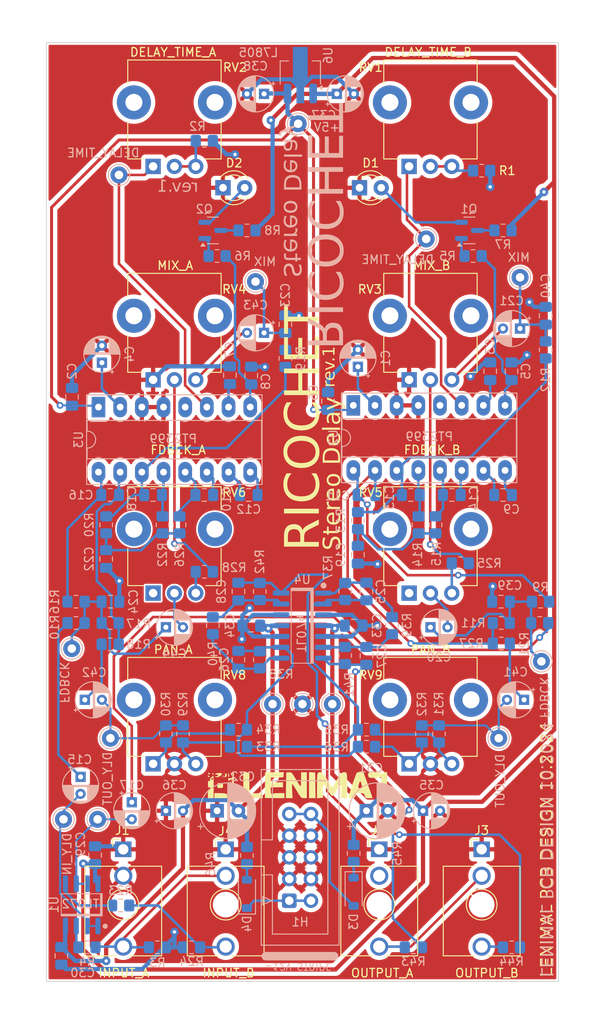
<source format=kicad_pcb>
(kicad_pcb (version 20240108) (generator "pcbnew") (generator_version "8.0")
  (layers (0 "F.Cu" signal) (31 "B.Cu" signal) (34 "B.Paste" user) (35 "F.Paste" user) (36 "B.SilkS" user "B.Silkscreen") (37 "F.SilkS" user "F.Silkscreen") (38 "B.Mask" user) (39 "F.Mask" user) (44 "Edge.Cuts" user))
  (net 0 "")
  (net 1 "+12V")
  (net 2 "GNDREF")
  (net 3 "-12V")
  (net 4 "Net-(U2-REF)")
  (net 5 "Net-(U3-REF)")
  (net 6 "Net-(D2-A)")
  (net 7 "Net-(D3-K)")
  (net 8 "Net-(U2-CC1)")
  (net 9 "Net-(D1-A)")
  (net 10 "Net-(U3-CC1)")
  (net 11 "Net-(U2-CC0)")
  (net 12 "+5V")
  (net 13 "Net-(U3-CC0)")
  (net 14 "Net-(U2-OP1-OUT)")
  (net 15 "Net-(U2-OP1-IN)")
  (net 16 "Net-(U3-OP1-OUT)")
  (net 17 "Net-(U3-OP1-IN)")
  (net 18 "Net-(U2-LPF1-IN)")
  (net 19 "/PT2399_delay-module_channel_2/delay_output")
  (net 20 "Net-(U3-LPF1-IN)")
  (net 21 "/PT2399_delay-module_channel_1/delay_output")
  (net 22 "Net-(U2-LPF2-IN)")
  (net 23 "Net-(U2-LPF2-OUT)")
  (net 24 "Net-(U2-OP2-IN)")
  (net 25 "Net-(U2-OP2-OUT)")
  (net 26 "Net-(U3-LPF2-OUT)")
  (net 27 "Net-(U3-LPF2-IN)")
  (net 28 "Net-(U3-OP2-IN)")
  (net 29 "Net-(U3-OP2-OUT)")
  (net 30 "/PT2399_delay-module_channel_2/delay_input")
  (net 31 "/PT2399_delay-module_channel_1/delay_input")
  (net 32 "Net-(C19-Pad1)")
  (net 33 "Net-(C20-Pad2)")
  (net 34 "Net-(C20-Pad1)")
  (net 35 "Net-(C21-Pad2)")
  (net 36 "Net-(C21-Pad1)")
  (net 37 "Net-(C22-Pad1)")
  (net 38 "Net-(C23-Pad1)")
  (net 39 "Net-(U4A--)")
  (net 40 "Net-(C24-Pad1)")
  (net 41 "Net-(U4C--)")
  (net 42 "Net-(C27-Pad2)")
  (net 43 "Net-(C25-Pad2)")
  (net 44 "Net-(C26-Pad2)")
  (net 45 "Net-(C28-Pad2)")
  (net 46 "Net-(U4B--)")
  (net 47 "Net-(C43-Pad2)")
  (net 48 "Net-(U4D--)")
  (net 49 "Net-(C44-Pad2)")
  (net 51 "Net-(D3-A)")
  (net 52 "Net-(D4-A)")
  (net 53 "Net-(D4-K)")
  (net 54 "Net-(U1A-+)")
  (net 55 "Net-(U1B-+)")
  (net 56 "Net-(U2-VCO)")
  (net 57 "Net-(U3-VCO)")
  (net 58 "Net-(J1-PadT)")
  (net 59 "Net-(J2-PadT)")
  (net 60 "Net-(J3-PadT)")
  (net 61 "Net-(J4-PadT)")
  (net 62 "Net-(Q1-B)")
  (net 63 "Net-(Q1-C)")
  (net 64 "Net-(Q2-C)")
  (net 65 "Net-(R1-Pad2)")
  (net 66 "Net-(R2-Pad2)")
  (net 67 "Net-(R25-Pad1)")
  (net 68 "Net-(R25-Pad2)")
  (net 69 "Net-(R29-Pad2)")
  (net 70 "Net-(R30-Pad2)")
  (net 71 "Net-(R31-Pad2)")
  (net 72 "Net-(R32-Pad2)")
  (net 75 "Net-(U2-LPF1-OUT)")
  (net 76 "Net-(C15-Pad1)")
  (net 77 "Net-(U3-LPF1-OUT)")
  (net 78 "Net-(C17-Pad1)")
  (net 79 "Net-(C41-Pad1)")
  (net 80 "Net-(C42-Pad1)")
  (net 81 "Net-(R28-Pad1)")
  (net 82 "Net-(R28-Pad2)")
  (net 85 "Net-(Q2-B)")
  (footprint "Synth:lenimal_logo_full" (layer "F.Cu") (at 79.5 137)
    (property "Reference" "G***" (hide yes))
    (property "Value" "LOGO" (hide yes))
  )
  (footprint "Synth:Potentiometer_TT_P0915N" (layer "F.Cu") (at 65 57)
    (property "Reference" "RV2")
    (property "Value" "B50K")
  )
  (footprint "Synth:Potentiometer_TT_P0915N" (layer "F.Cu") (at 95 107)
    (property "Reference" "RV5")
    (property "Value" "B100K")
  )
  (footprint "Synth:LED_D3.0mm" (layer "F.Cu") (at 88 67)
    (property "Reference" "D1")
    (property "Value" "LED")
  )
  (footprint "Synth:Jack_3.5mm_QingPu_WQP-PJ398SM_Vertical_CircularHoles" (layer "F.Cu") (at 71 151)
    (property "Reference" "J4")
    (property "Value" "INPUT")
  )
  (footprint "Synth:Potentiometer_TT_P0915N" (layer "F.Cu") (at 95 57)
    (property "Reference" "RV1")
    (property "Value" "B50K")
  )
  (footprint "Synth:LED_D3.0mm" (layer "F.Cu") (at 72 67)
    (property "Reference" "D2")
    (property "Value" "LED")
  )
  (footprint "Synth:Jack_3.5mm_QingPu_WQP-PJ398SM_Vertical_CircularHoles" (layer "F.Cu") (at 89 151)
    (property "Reference" "J2")
    (property "Value" "OUTPUT")
  )
  (footprint "Synth:Potentiometer_TT_P0915N" (layer "F.Cu") (at 65 107)
    (property "Reference" "RV6")
    (property "Value" "B100K")
  )
  (footprint "Synth:Jack_3.5mm_QingPu_WQP-PJ398SM_Vertical_CircularHoles" (layer "F.Cu") (at 101 151)
    (property "Reference" "J3")
    (property "Value" "OUTPUT")
  )
  (footprint "Synth:Potentiometer_TT_P0915N" (layer "F.Cu") (at 95 82)
    (property "Reference" "RV3")
    (property "Value" "B100K")
  )
  (footprint "Synth:Potentiometer_TT_P0915N" (layer "F.Cu") (at 65 82)
    (property "Reference" "RV4")
    (property "Value" "B100K")
  )
  (footprint "Synth:Jack_3.5mm_QingPu_WQP-PJ398SM_Vertical_CircularHoles" (layer "F.Cu") (at 59 151)
    (property "Reference" "J1")
    (property "Value" "INPUT")
  )
  (footprint "Synth:Potentiometer_TT_P0915N" (layer "F.Cu") (at 65 127)
    (property "Reference" "RV8")
    (property "Value" "B10K")
  )
  (footprint "Synth:Potentiometer_TT_P0915N" (layer "F.Cu") (at 95 127)
    (property "Reference" "RV9")
    (property "Value" "B10K")
  )
  (footprint "Resistor_SMD:R_0805_2012Metric_Pad1.20x1.40mm_HandSolder" (layer "B.Cu") (at 58.7 151.1)
    (property "Reference" "R23")
    (property "Value" "1K")
  )
  (footprint "Capacitor_SMD:C_0805_2012Metric_Pad1.18x1.45mm_HandSolder" (layer "B.Cu") (at 92.7 103)
    (property "Reference" "C13")
    (property "Value" "560pF")
  )
  (footprint "Resistor_SMD:R_0805_2012Metric_Pad1.20x1.40mm_HandSolder" (layer "B.Cu") (at 73.5 145.25 90)
    (property "Reference" "R46")
    (property "Value" "10R")
  )
  (footprint "Resistor_SMD:R_0805_2012Metric_Pad1.20x1.40mm_HandSolder" (layer "B.Cu") (at 57.47 118 180)
    (property "Reference" "R17")
    (property "Value" "10K")
  )
  (footprint "Capacitor_THT:CP_Radial_D4.0mm_P2.00mm" (layer "B.Cu") (at 95 118.5)
    (property "Reference" "C20")
    (property "Value" "4.7uF")
  )
  (footprint "Resistor_SMD:R_0805_2012Metric_Pad1.20x1.40mm_HandSolder" (layer "B.Cu") (at 108.5 86 90)
    (property "Reference" "R12")
    (property "Value" "5.6K")
  )
  (footprint "Resistor_SMD:R_0805_2012Metric_Pad1.20x1.40mm_HandSolder" (layer "B.Cu") (at 53.47 115.5)
    (property "Reference" "R16")
    (property "Value" "10K")
  )
  (footprint "Capacitor_SMD:C_0805_2012Metric_Pad1.18x1.45mm_HandSolder" (layer "B.Cu") (at 51.75 157 90)
    (property "Reference" "C30")
    (property "Value" "100nF")
  )
  (footprint "Resistor_SMD:R_0805_2012Metric_Pad1.20x1.40mm_HandSolder" (layer "B.Cu") (at 85 114.31 90)
    (property "Reference" "R37")
    (property "Value" "33K")
  )
  (footprint "Capacitor_SMD:C_0805_2012Metric_Pad1.18x1.45mm_HandSolder" (layer "B.Cu") (at 87.5 103)
    (property "Reference" "C11")
    (property "Value" "560pF")
  )
  (footprint "Resistor_SMD:R_0805_2012Metric_Pad1.20x1.40mm_HandSolder" (layer "B.Cu") (at 93.6 106.5 -90)
    (property "Reference" "R14")
    (property "Value" "10K")
  )
  (footprint "Capacitor_SMD:C_0805_2012Metric_Pad1.18x1.45mm_HandSolder" (layer "B.Cu") (at 74 118.31)
    (property "Reference" "C34")
    (property "Value" "100nF")
  )
  (footprint "Capacitor_THT:CP_Radial_D4.0mm_P2.00mm" (layer "B.Cu") (at 64 118.5)
    (property "Reference" "C44")
    (property "Value" "4.7uF")
  )
  (footprint "Capacitor_SMD:C_0805_2012Metric_Pad1.18x1.45mm_HandSolder" (layer "B.Cu") (at 83 92 90)
    (property "Reference" "C6")
    (property "Value" "100nF")
  )
  (footprint "Capacitor_SMD:C_0805_2012Metric_Pad1.18x1.45mm_HandSolder" (layer "B.Cu") (at 62.5 103)
    (property "Reference" "C18")
    (property "Value" "560pF")
  )
  (footprint "Resistor_SMD:R_0805_2012Metric_Pad1.20x1.40mm_HandSolder" (layer "B.Cu") (at 67 156)
    (property "Reference" "R24")
    (property "Value" "100K")
  )
  (footprint "Package_TO_SOT_SMD:SOT-89-3_Handsoldering" (layer "B.Cu") (at 79.75 53.5 90)
    (property "Reference" "U6")
    (property "Value" "L7805")
  )
  (footprint "Resistor_SMD:R_0805_2012Metric_Pad1.20x1.40mm_HandSolder" (layer "B.Cu") (at 103.3 120.4)
    (property "Reference" "R27")
    (property "Value" "4.7K")
  )
  (footprint "Resistor_SMD:R_0805_2012Metric_Pad1.20x1.40mm_HandSolder" (layer "B.Cu") (at 68.5 112)
    (property "Reference" "R28")
    (property "Value" "10K")
  )
  (footprint "Resistor_SMD:R_0805_2012Metric_Pad1.20x1.40mm_HandSolder" (layer "B.Cu") (at 104.5 156)
    (property "Reference" "R44")
    (property "Value" "1K")
  )
  (footprint "Capacitor_SMD:C_0805_2012Metric_Pad1.18x1.45mm_HandSolder" (layer "B.Cu") (at 86 118.31)
    (property "Reference" "C33")
    (property "Value" "100nF")
  )
  (footprint "Capacitor_THT:CP_Radial_D4.0mm_P2.00mm" (layer "B.Cu") (at 105.5 83.5 180)
    (property "Reference" "C21")
    (property "Value" "10uF")
  )
  (footprint "Resistor_SMD:R_0805_2012Metric_Pad1.20x1.40mm_HandSolder" (layer "B.Cu") (at 107.9 115.5 180)
    (property "Reference" "R9")
    (property "Value" "10K")
  )
  (footprint "Capacitor_THT:CP_Radial_D6.3mm_P2.50mm" (layer "B.Cu") (at 87.5 140)
    (property "Reference" "C31")
    (property "Value" "47uF")
  )
  (footprint "Resistor_SMD:R_0805_2012Metric_Pad1.20x1.40mm_HandSolder" (layer "B.Cu") (at 63.6 106.5 -90)
    (property "Reference" "R22")
    (property "Value" "10K")
  )
  (footprint "Connector_Pin:Pin_D1.0mm_L10.0mm" (layer "B.Cu") (at 58.5 65.5 180)
    (property "Reference" "TP9" (hide yes))
    (property "Value" "DELAY_TIME_CH_1")
  )
  (footprint "Connector_Pin:Pin_D1.0mm_L10.0mm" (layer "B.Cu") (at 94.5 73 180)
    (property "Reference" "TP8" (hide yes))
    (property "Value" "DELAY_TIME_CH_2")
  )
  (footprint "Connector_Pin:Pin_D1.0mm_L10.0mm" (layer "B.Cu") (at 52 141 180)
    (property "Reference" "TP4" (hide yes))
    (property "Value" "INPUT_CH_1")
  )
  (footprint "Capacitor_SMD:C_0805_2012Metric_Pad1.18x1.45mm_HandSolder" (layer "B.Cu") (at 104.5 88.5 90)
    (property "Reference" "C5")
    (property "Value" "100nF")
  )
  (footprint "Resistor_SMD:R_0805_2012Metric_Pad1.20x1.40mm_HandSolder" (layer "B.Cu") (at 86 145 90)
    (property "Reference" "R45")
    (property "Value" "10R")
  )
  (footprint "Connector_Pin:Pin_D1.0mm_L10.0mm" (layer "B.Cu") (at 105.5 77.5 180)
    (property "Reference" "TP12" (hide yes))
    (property "Value" "MIX_INPUT_CH_2")
  )
  (footprint "Capacitor_SMD:C_0805_2012Metric_Pad1.18x1.45mm_HandSolder" (layer "B.Cu") (at 74 89 90)
    (property "Reference" "C8")
    (property "Value" "100nF")
  )
  (footprint "Capacitor_THT:CP_Radial_D6.3mm_P2.50mm" (layer "B.Cu") (at 70 140)
    (property "Reference" "C32")
    (property "Value" "47uF")
  )
  (footprint "Diode_SMD:D_SOD-123" (layer "B.Cu") (at 86 149.5 -90)
    (property "Reference" "D3")
    (property "Value" "1N5819")
  )
  (footprint "Capacitor_SMD:C_0805_2012Metric_Pad1.18x1.45mm_HandSolder" (layer "B.Cu") (at 87.5 121.8475 -90)
    (property "Reference" "C27")
    (property "Value" "47pF")
  )
  (footprint "Capacitor_SMD:C_0805_2012Metric_Pad1.18x1.45mm_HandSolder" (layer "B.Cu") (at 108.5 82 90)
    (property "Reference" "C40")
    (property "Value" "10nF")
  )
  (footprint "Resistor_SMD:R_0805_2012Metric_Pad1.20x1.40mm_HandSolder" (layer "B.Cu") (at 96 131 -90)
    (property "Reference" "R31")
    (property "Value" "10K")
  )
  (footprint "Capacitor_THT:CP_Radial_D4.0mm_P2.00mm" (layer "B.Cu") (at 54 136.027401 -90)
    (property "Reference" "C15")
    (property "Value" "4.7uF")
  )
  (footprint "Connector_Pin:Pin_D1.0mm_L10.0mm" (layer "B.Cu") (at 108 122.5)
    (property "Reference" "TP10" (hide yes))
    (property "Value" "POST_FEEDBACK_CH_2")
  )
  (footprint "Capacitor_THT:CP_Radial_D4.0mm_P2.00mm" (layer "B.Cu") (at 75.5 84 180)
    (property "Reference" "C43")
    (property "Value" "10uF")
  )
  (footprint "Capacitor_SMD:C_0805_2012Metric_Pad1.18x1.45mm_HandSolder" (layer "B.Cu") (at 72.5 114.31 90)
    (property "Reference" "C28")
    (property "Value" "47pF")
  )
  (footprint "Capacitor_SMD:C_0805_2012Metric_Pad1.18x1.45mm_HandSolder" (layer "B.Cu") (at 102 88.5 90)
    (property "Reference" "C3")
    (property "Value" "100nF")
  )
  (footprint "Resistor_SMD:R_0805_2012Metric_Pad1.20x1.40mm_HandSolder" (layer "B.Cu") (at 70 75 180)
    (property "Reference" "R6")
    (property "Value" "1K")
  )
  (footprint "Resistor_SMD:R_0805_2012Metric_Pad1.20x1.40mm_HandSolder" (layer "B.Cu") (at 57 106.5 -90)
    (property "Reference" "R20")
    (property "Value" "15K")
  )
  (footprint "Capacitor_SMD:C_0805_2012Metric_Pad1.18x1.45mm_HandSolder" (layer "B.Cu") (at 97.5 103 180)
    (property "Reference" "C14")
    (property "Value" "100nF")
  )
  (footprint "Resistor_SMD:R_0805_2012Metric_Pad1.20x1.40mm_HandSolder" (layer "B.Cu") (at 75 122.31 -90)
    (property "Reference" "R38")
    (property "Value" "33K")
  )
  (footprint "Capacitor_SMD:C_0805_2012Metric_Pad1.18x1.45mm_HandSolder" (layer "B.Cu") (at 57.5 115.5)
    (property "Reference" "C24")
    (property "Value" "3.9nF")
  )
  (footprint "Capacitor_SMD:C_0805_2012Metric_Pad1.18x1.45mm_HandSolder" (layer "B.Cu") (at 71.5 88.9625 90)
    (property "Reference" "C7")
    (property "Value" "100nF")
  )
  (footprint "Connector_Pin:Pin_D1.0mm_L10.0mm" (layer "B.Cu") (at 57.5 131.5 180)
    (property "Reference" "TP6" (hide yes))
    (property "Value" "OUTPUT_CH_1")
  )
  (footprint "Capacitor_THT:CP_Radial_D4.0mm_P2.00mm" (layer "B.Cu") (at 75.5 56 180)
    (property "Reference" "C38")
    (property "Value" "100nF")
  )
  (footprint "Resistor_SMD:R_0805_2012Metric_Pad1.20x1.40mm_HandSolder" (layer "B.Cu") (at 87.5 132.5 180)
    (property "Reference" "R36")
    (property "Value" "10K")
  )
  (footprint "Package_TO_SOT_SMD:SOT-23" (layer "B.Cu") (at 99.5625 72)
    (property "Reference" "Q1")
    (property "Value" "2N3904")
  )
  (footprint "Capacitor_SMD:C_0805_2012Metric_Pad1.18x1.45mm_HandSolder" (layer "B.Cu") (at 86.5 110 -90)
    (property "Reference" "C19")
    (property "Value" "3.3nF")
  )
  (footprint "Resistor_SMD:R_0805_2012Metric_Pad1.20x1.40mm_HandSolder" (layer "B.Cu") (at 103.3 118)
    (property "Reference" "R11")
    (property "Value" "10K")
  )
  (footprint "Connector_Pin:Pin_D1.0mm_L10.0mm" (layer "B.Cu") (at 74.5 78 180)
    (property "Reference" "TP13" (hide yes))
    (property "Value" "MIX_INPUT_CH_1")
  )
  (footprint "Connector_Pin:Pin_D1.0mm_L10.0mm" (layer "B.Cu") (at 79.5 59.5 180)
    (property "Reference" "TP14" (hide yes))
    (property "Value" "+5V")
  )
  (footprint "Resistor_SMD:R_0805_2012Metric_Pad1.20x1.40mm_HandSolder" (layer "B.Cu") (at 103.5 72)
    (property "Reference" "R7")
    (property "Value" "680R")
  )
  (footprint "Capacitor_SMD:C_0805_2012Metric_Pad1.18x1.45mm_HandSolder" (layer "B.Cu") (at 68.5 103 180)
    (property "Reference" "C10")
    (property "Value" "100nF")
  )
  (footprint "Capacitor_THT:CP_Radial_D4.0mm_P2.00mm" (layer "B.Cu") (at 60 139 -90)
    (property "Reference" "C17")
    (property "Value" "4.7uF")
  )
  (footprint "Package_DIP:DIP-16_W7.62mm_Socket_LongPads" (layer "B.Cu") (at 85.96 92.5 -90)
    (property "Reference" "U2")
    (property "Value" "PT2399")
  )
  (footprint "Resistor_SMD:R_0805_2012Metric_Pad1.20x1.40mm_HandSolder" (layer "B.Cu") (at 93 156)
    (property "Reference" "R43")
    (property "Value" "1K")
  )
  (footprint "Resistor_SMD:R_0805_2012Metric_Pad1.20x1.40mm_HandSolder" (layer "B.Cu") (at 100 75 180)
    (property "Reference" "R5")
    (property "Value" "1K")
  )
  (footprint "Capacitor_SMD:C_0805_2012Metric_Pad1.18x1.45mm_HandSolder" (layer "B.Cu") (at 87.5 114.31 90)
    (property "Reference" "C25")
    (property "Value" "27pF")
  )
  (footprint "Resistor_SMD:R_0805_2012Metric_Pad1.20x1.40mm_HandSolder" (layer "B.Cu") (at 73.5 72)
    (property "Reference" "R8")
    (property "Value" "680R")
  )
  (footprint "Synth:SOIC-8" (layer "B.Cu") (at 54.135 151.025 90)
    (property "Reference" "U1")
    (property "Value" "TL072")
  )
  (footprint "Resistor_SMD:R_0805_2012Metric_Pad1.20x1.40mm_HandSolder" (layer "B.Cu") (at 86.5 106 -90)
    (property "Reference" "R13")
    (property "Value" "15K")
  )
  (footprint "Capacitor_THT:CP_Radial_D4.0mm_P2.00mm" (layer "B.Cu") (at 86.5 87.9726 90)
    (property "Reference" "C1")
    (property "Value" "10uF")
  )
  (footprint "Resistor_SMD:R_0805_2012Metric_Pad1.20x1.40mm_HandSolder" (layer "B.Cu") (at 72.5 132.5)
    (property "Reference" "R33")
    (property "Value" "10K")
  )
  (footprint "Diode_SMD:D_SOD-123" (layer "B.Cu") (at 73.5 149.75 90)
    (property "Reference" "D4")
    (property "Value" "1N5819")
  )
  (footprint "Resistor_SMD:R_0805_2012Metric_Pad1.20x1.40mm_HandSolder" (layer "B.Cu") (at 65.6 106.5 -90)
    (property "Reference" "R26")
    (property "Value" "10K")
  )
  (footprint "Connector_Pin:Pin_D1.0mm_L10.0mm" (layer "B.Cu") (at 56 141 180)
    (property "Reference" "TP5" (hide yes))
    (property "Value" "INPUT_CH_2")
  )
  (footprint "Capacitor_THT:CP_Radial_D4.0mm_P2.00mm" (layer "B.Cu") (at 84.027401 56)
    (property "Reference" "C37")
    (property "Value" "100nF")
  )
  (footprint "Resistor_SMD:R_0805_2012Metric_Pad1.20x1.40mm_HandSolder" (layer "B.Cu") (at 68.5 61.5 180)
    (property "Reference" "R2")
    (property "Value" "2K")
  )
  (footprint "Capacitor_THT:CP_Radial_D4.0mm_P2.00mm" (layer "B.Cu") (at 54.5 127)
    (property "Reference" "C42")
    (property "Value" "10uF")
  )
  (footprint "Capacitor_THT:CP_Radial_D4.0mm_P2.00mm" (layer "B.Cu") (at 64 140)
    (property "Reference" "C36")
    (property "Value" "100nF")
  )
  (footprint "Resistor_SMD:R_0805_2012Metric_Pad1.20x1.40mm_HandSolder" (layer "B.Cu") (at 63 156 180)
    (property "Reference" "R3")
    (property "Value" "100K")
  )
  (footprint "Resistor_SMD:R_0805_2012Metric_Pad1.20x1.40mm_HandSolder" (layer "B.Cu") (at 95.6 106.5 -90)
    (property "Reference" "R15")
    (property "Value" "10K")
  )
  (footprint "Connector_Pin:Pin_D1.0mm_L10.0mm" (layer "B.Cu") (at 103 131.5 180)
    (property "Reference" "TP7" (hide yes))
    (property "Value" "OUTPUT_CH_2")
  )
  (footprint "Capacitor_SMD:C_0805_2012Metric_Pad1.18x1.45mm_HandSolder" (layer "B.Cu") (at 57.4625 103)
    (property "Reference" "C16")
    (property "Value" "560pF")
  )
  (footprint "Synth:IDC-Header_2x05_P2.54mm_Vertical" (layer "B.Cu") (at 78.46 150.54)
    (property "Reference" "H1")
    (property "Value" "Conn_02x05_PWR_Eurorack")
  )
  (footprint "Resistor_SMD:R_0805_2012Metric_Pad1.20x1.40mm_HandSolder" (layer "B.Cu") (at 78 87 90)
    (property "Reference" "R19")
    (property "Value" "5.6K")
  )
  (footprint "Synth:SOIC-14" (layer "B.Cu") (at 79.975 118.31 180)
    (property "Reference" "U4")
    (property "Value" "TL074")
  )
  (footprint "Resistor_SMD:R_0805_2012Metric_Pad1.20x1.40mm_HandSolder" (layer "B.Cu") (at 87.5 130.5 180)
    (property "Reference" "R35")
    (property "Value" "10K")
  )
  (footprint "Resistor_SMD:R_0805_2012Metric_Pad1.20x1.40mm_HandSolder" (layer "B.Cu") (at 54.75 156)
    (property "Reference" "R4")
    (property "Value" "1K")
  )
  (footprint "Resistor_SMD:R_0805_2012Metric_Pad1.20x1.40mm_HandSolder" (layer "B.Cu") (at 57.47 120.5 180)
    (property "Reference" "R18")
    (property "Value" "4.7K")
  )
  (footprint "Capacitor_SMD:C_0805_2012Metric_Pad1.18x1.45mm_HandSolder" (layer "B.Cu") (at 78 83 90)
    (property "Reference" "C23")
    (property "Value" "10nF")
  )
  (footprint "Resistor_SMD:R_0805_2012Metric_Pad1.20x1.40mm_HandSolder" (layer "B.Cu") (at 90.5 118.31 -90)
    (property "Reference" "R39")
    (property "Value" "10K")
  )
  (footprint "Capacitor_THT:CP_Radial_D4.0mm_P2.00mm" (layer "B.Cu") (at 56.5 87.5 90)
    (property "Reference" "C4")
    (property "Value" "10uF")
  )
  (footprint "Capacitor_SMD:C_0805_2012Metric_Pad1.18x1.45mm_HandSolder" (layer "B.Cu") (at 57 110.5 -90)
    (property "Reference" "C22")
    (property "Value" "3.3nF")
  )
  (footprint "Connector_Pin:Pin_D1.0mm_L10.0mm" (layer "B.Cu") (at 83.5 127.5 180)
    (property "Reference" "TP1" (hide yes))
    (property "Value" "+12V")
  )
  (footprint "Capacitor_THT:CP_Radial_D4.0mm_P2.00mm" (layer "B.Cu") (at 94.127401 140)
    (property "Reference" "C35")
    (property "Value" "100nF")
  )
  (footprint "Capacitor_SMD:C_0805_2012Metric_Pad1.18x1.45mm_HandSolder" (layer "B.Cu") (at 72.5 122.31 -90)
    (property "Reference" "C26")
    (property "Value" "27pF")
  )
  (footprint "Connector_Pin:Pin_D1.0mm_L10.0mm" (layer "B.Cu") (at 76.5 127.5 90)
    (property "Reference" "TP3" (hide yes))
    (property "Value" "-12V")
  )
  (footprint "Resistor_SMD:R_0805_2012Metric_Pad1.20x1.40mm_HandSolder" (layer "B.Cu") (at 94 131 -90)
    (property "Reference" "R32")
    (property "Value" "10K")
  )
  (footprint "Connector_Pin:Pin_D1.0mm_L10.0mm" (layer "B.Cu") (at 52.97 121)
    (property "Reference" "TP11" (hide yes))
    (property "Value" "POST_FEEDBACK_CH_1")
  )
  (footprint "Resistor_SMD:R_0805_2012Metric_Pad1.20x1.40mm_HandSolder" (layer "B.Cu") (at 64 131 -90)
    (property "Reference" "R30")
    (property "Value" "10K")
  )
  (footprint "Capacitor_SMD:C_0805_2012Metric_Pad1.18x1.45mm_HandSolder" (layer "B.Cu") (at 55.7 145.2 90)
    (property "Reference" "C29")
    (property "Value" "100nF")
  )
  (footprint "Resistor_SMD:R_0805_2012Metric_Pad1.20x1.40mm_HandSolder" (layer "B.Cu") (at 75 114.31 90)
    (property "Reference" "R42")
    (property "Value" "10K")
  )
  (footprint "Capacitor_THT:CP_Radial_D4.0mm_P2.00mm" (layer "B.Cu") (at 105.9726 127 180)
    (property "Reference" "C41")
    (property "Value" "10uF")
  )
  (footprint "Capacitor_SMD:C_0805_2012Metric_Pad1.18x1.45mm_HandSolder" (layer "B.Cu") (at 103.27 115.5 180)
    (property "Reference" "C39")
    (property "Value" "3.9nF")
  )
  (footprint "Capacitor_SMD:C_0805_2012Metric_Pad1.18x1.45mm_HandSolder" (layer "B.Cu") (at 103.5 103)
    (property "Reference" "C9")
    (property "Value" "100nF")
  )
  (footprint "Package_DIP:DIP-16_W7.62mm_Socket_LongPads" (layer "B.Cu") (at 56.1 92.7 -90)
    (property "Reference" "U3")
    (property "Value" "PT2399")
  )
  (footprint "Capacitor_SMD:C_0805_2012Metric_Pad1.18x1.45mm_HandSolder" (layer "B.Cu") (at 53 91.5 -90)
    (property "Reference" "C2")
    (property "Value" "100nF")
  )
  (footprint "Resistor_SMD:R_0805_2012Metric_Pad1.20x1.40mm_HandSolder" (layer "B.Cu") (at 107.8 118 180)
    (property "Reference" "R21")
    (property "Value" "15K")
  )
  (footprint "Resistor_SMD:R_0805_2012Metric_Pad1.20x1.40mm_HandSolder" (layer "B.Cu") (at 101 65 180)
    (property "Reference" "R1")
    (property "Value" "2K")
  )
  (footprint "Resistor_SMD:R_0805_2012Metric_Pad1.20x1.40mm_HandSolder" (layer "B.Cu") (at 69.5 118.31 90)
    (property "Reference" "R40")
    (property "Value" "10K")
  )
  (footprint "Package_TO_SOT_SMD:SOT-23" (layer "B.Cu") (at 69.5 72)
    (property "Reference" "Q2")
    (property "Value" "2N3904")
  )
  (footprint "Resistor_SMD:R_0805_2012Metric_Pad1.20x1.40mm_HandSolder" (layer "B.Cu") (at 85 121.81 -90)
    (property "Reference" "R41")
    (property "Value" "10K")
  )
  (footprint "Resistor_SMD:R_0805_2012Metric_Pad1.20x1.40mm_HandSolder" (layer "B.Cu") (at 66 131 -90)
    (property "Reference" "R29")
    (property "Value" "10K")
  )
  (footprint "Resistor_SMD:R_0805_2012Metric_Pad1.20x1.40mm_HandSolder" (layer "B.Cu") (at 98.5 111)
    (property "Reference" "R25")
    (property "Value" "10K")
  )
  (footprint "Connector_Pin:Pin_D1.0mm_L10.0mm" (layer "B.Cu") (at 80 127.5 90)
    (property "Reference" "TP2" (hide yes))
    (property "Value" "GND")
  )
  (footprint "Resistor_SMD:R_0805_2012Metric_Pad1.20x1.40mm_HandSolder" (layer "B.Cu") (at 53.47 118)
    (property "Reference" "R10")
    (property "Value" "15K")
  )
  (footprint "Resistor_SMD:R_0805_2012Metric_Pad1.20x1.40mm_HandSolder" (layer "B.Cu") (at 72.5 130.5)
    (property "Reference" "R34")
    (property "Value" "10K")
  )
  (footprint "Capacitor_SMD:C_0805_2012Metric_Pad1.18x1.45mm_HandSolder" (layer "B.Cu") (at 73.7 103)
    (property "Reference" "C12")
    (property "Value" "100nF")
  )
  (gr_rect (start 50 50) (end 110 160) (stroke (width 0.1)) (fill none) (layer "Edge.Cuts"))
  (gr_text "TL072" (at 56.3 151.5 0) (layer "B.SilkS") (effects (font (size 1 1)) (justify left bottom mirror)))
  (gr_text "DLY_OUT" (at 57.75 133 90) (layer "B.SilkS") (effects (font (size 1 1)) (justify left bottom mirror)))
  (gr_text "rev.1" (at 67.8 67.7 0) (layer "B.SilkS") (effects (font (size 1.4 1.4)) (justify left bottom mirror)))
  (gr_text "FDBCK" (at 51.5 127.5 -90) (layer "B.SilkS") (effects (font (size 1 1)) (justify left bottom mirror)))
  (gr_text "LENIMAL PCB DESIGN 10.2024" (at 107.75 159.5 -90) (layer "B.SilkS") (effects (font (size 1.4 1.4)) (justify left bottom mirror)))
  (gr_text "PT2399" (at 67.75 97 0) (layer "B.SilkS") (effects (font (size 1 1)) (justify left bottom mirror)))
  (gr_text "DELAY_TIME" (at 95.5 76 0) (layer "B.SilkS") (effects (font (size 1 1)) (justify left bottom mirror)))
  (gr_text "Stereo Delay" (at 77.5 77.5 -90) (layer "B.SilkS") (effects (font (size 2 2)) (justify left bottom mirror)))
  (gr_text "DELAY_TIME" (at 61 63.5 0) (layer "B.SilkS") (effects (font (size 1 1)) (justify left bottom mirror)))
  (gr_text "TL074" (at 79.25 121.5 -90) (layer "B.SilkS") (effects (font (size 1 1)) (justify left bottom mirror)))
  (gr_text "+5V" (at 84.5 60.5 0) (layer "B.SilkS") (effects (font (size 1 1)) (justify left bottom mirror)))
  (gr_text "L7805" (at 77.25 51.75 -0) (layer "B.SilkS") (effects (font (size 1 1)) (justify left bottom mirror)))
  (gr_text "MIX" (at 77 76.25 -0) (layer "B.SilkS") (effects (font (size 1 1)) (justify left bottom mirror)))
  (gr_text "DLY_OUT" (at 103.75 133.25 90) (layer "B.SilkS") (effects (font (size 1 1)) (justify left bottom mirror)))
  (gr_text "PT2399" (at 97.75 96.75 0) (layer "B.SilkS") (effects (font (size 1 1)) (justify left bottom mirror)))
  (gr_text "RICOCHET" (at 80 86 -90) (layer "B.SilkS") (effects (font (size 4 4)) (justify left bottom mirror)))
  (gr_text "FDBCK" (at 107.75 129.25 -90) (layer "B.SilkS") (effects (font (size 1 1)) (justify left bottom mirror)))
  (gr_text "MIX" (at 106.75 75.75 -0) (layer "B.SilkS") (effects (font (size 1 1)) (justify left bottom mirror)))
  (gr_text "DLY_IN" (at 53 142.5 90) (layer "B.SilkS") (effects (font (size 1 1)) (justify left bottom mirror)))
  (gr_text "INPUT_A" (at 56 159.6 0) (layer "F.SilkS") (effects (font (size 1 1)) (justify left bottom)))
  (gr_text "OUTPUT_A" (at 85.6 159.6 0) (layer "F.SilkS") (effects (font (size 1 1)) (justify left bottom)))
  (gr_text "PAN_A" (at 62.5 121.7 0) (layer "F.SilkS") (effects (font (size 1 1)) (justify left bottom)))
  (gr_text "OUTPUT_B\n" (at 97.8 159.6 0) (layer "F.SilkS") (effects (font (size 1 1)) (justify left bottom)))
  (gr_text "MIX_A" (at 62.9 76.7 0) (layer "F.SilkS") (effects (font (size 1 1)) (justify left bottom)))
  (gr_text "FDBCK_B" (at 91.8 98.3 0) (layer "F.SilkS") (effects (font (size 1 1)) (justify left bottom)))
  (gr_text "PAN_B" (at 92.6 121.7 0) (layer "F.SilkS") (effects (font (size 1 1)) (justify left bottom)))
  (gr_text "RICOCHET" (at 82.6 109.6 90) (layer "F.SilkS") (effects (font (size 4 4)) (justify left bottom)))
  (gr_text "FDBCK_A" (at 62.1 98.3 0) (layer "F.SilkS") (effects (font (size 1 1)) (justify left bottom)))
  (gr_text "Stereo Delay" (at 84.75 109.5 90) (layer "F.SilkS") (effects (font (size 2 2)) (justify left bottom)))
  (gr_text "MIX_B" (at 92.9 76.7 0) (layer "F.SilkS") (effects (font (size 1 1)) (justify left bottom)))
  (gr_text "DELAY_TIME_B" (at 89.53 51.7 0) (layer "F.SilkS") (effects (font (size 1 1)) (justify left bottom)))
  (gr_text "rev.1" (at 84 90.4 90) (layer "F.SilkS") (effects (font (size 1.4 1.4)) (justify left bottom)))
  (gr_text "INPUT_B" (at 68.2 159.6 0) (layer "F.SilkS") (effects (font (size 1 1)) (justify left bottom)))
  (gr_text "DELAY_TIME_A" (at 59.7 51.7 0) (layer "F.SilkS") (effects (font (size 1 1)) (justify left bottom)))
  (gr_text "LENIMAL PCB DESIGN 10.2024" (at 109.5 159.5 90) (layer "F.SilkS") (effects (font (size 1.4 1.4)) (justify left bottom)))
  (segment (start 88.227401 51.8) (end 84.027401 56) (width 0.5) (layer "F.Cu") (net 1))
  (segment (start 105 51.8) (end 88.227401 51.8) (width 0.5) (layer "F.Cu") (net 1))
  (segment (start 83.875289 158.6) (end 94.127401 148.347888) (width 0.5) (layer "F.Cu") (net 1))
  (segment (start 101.05 138.95) (end 109.5 130.5) (width 0.5) (layer "F.Cu") (net 1))
  (segment (start 83.5 118.915202) (end 83.5 127.5) (width 0.5) (layer "F.Cu") (net 1))
  (segment (start 94.127401 140) (end 95.177401 138.95) (width 0.5) (layer "F.Cu") (net 1))
  (segment (start 108.3 67.5) (end 109.5 66.3) (width 0.5) (layer "F.Cu") (net 1))
  (segment (start 54.325 156.268503) (end 56.656497 158.6) (width 0.5) (layer "F.Cu") (net 1))
  (segment (start 87.5 139.7) (end 83.5 135.7) (width 0.5) (layer "F.Cu") (net 1))
  (segment (start 54.325 146.2) (end 54.325 156.268503) (width 0.5) (layer "F.Cu") (net 1))
  (segment (start 109.5 130.5) (end 109.5 66.3) (width 0.5) (layer "F.Cu") (net 1))
  (segment (start 79.4 56) (end 84.027401 56) (width 0.5) (layer "F.Cu") (net 1))
  (segment (start 94.127401 148.347888) (end 94.127401 140) (width 0.5) (layer "F.Cu") (net 1))
  (segment (start 87.5 140) (end 87.5 139.7) (width 0.5) (layer "F.Cu") (net 1))
  (segment (start 76.3 59.1) (end 79.4 56) (width 0.5) (layer "F.Cu") (net 1))
  (segment (start 95.177401 138.95) (end 101.05 138.95) (width 0.5) (layer "F.Cu") (net 1))
  (segment (start 83.5 135.7) (end 83.5 127.5) (width 0.5) (layer "F.Cu") (net 1))
  (segment (start 56.656497 158.6) (end 83.875289 158.6) (width 0.5) (layer "F.Cu") (net 1))
  (segment (start 109.5 56.3) (end 105 51.8) (width 0.5) (layer "F.Cu") (net 1))
  (segment (start 83.785202 118.63) (end 83.5 118.915202) (width 0.5) (layer "F.Cu") (net 1))
  (segment (start 109.5 66.3) (end 109.5 56.3) (width 0.5) (layer "F.Cu") (net 1))
  (via (at 54.325 146.2) (size 1) (drill 0.4) (layers "F.Cu" "B.Cu") (net 1))
  (via (at 76.3 59.1) (size 1) (drill 0.4) (layers "F.Cu" "B.Cu") (net 1))
  (via (at 108.3 67.5) (size 1) (drill 0.4) (layers "F.Cu" "B.Cu") (net 1))
  (via (at 83.785202 118.63) (size 1) (drill 0.4) (layers "F.Cu" "B.Cu") (net 1))
  (segment (start 55.7 148.21) (end 56.04 148.55) (width 0.5) (layer "B.Cu") (net 1))
  (segment (start 84.027401 56) (end 81.3 56) (width 0.5) (layer "B.Cu") (net 1))
  (segment (start 86 141.5) (end 87.5 140) (width 0.5) (layer "B.Cu") (net 1))
  (segment (start 84.105202 118.31) (end 83.785202 118.63) (width 0.5) (layer "B.Cu") (net 1))
  (segment (start 108.3 67.5) (end 104.5 71.3) (width 0.5) (layer "B.Cu") (net 1))
  (segment (start 94.127401 140) (end 92.877401 138.75) (width 0.5) (layer "B.Cu") (net 1))
  (segment (start 83.465202 118.31) (end 82.45 118.31) (width 0.5) (layer "B.Cu") (net 1))
  (segment (start 54.3625 146.2375) (end 54.325 146.2) (width 0.5) (layer "B.Cu") (net 1))
  (segment (start 81.3 56) (end 81.25 55.95) (width 0.5) (layer "B.Cu") (net 1))
  (segment (start 55.7 146.2375) (end 55.7 148.21) (width 0.5) (layer "B.Cu") (net 1))
  (segment (start 76.3 59.1) (end 76.5 59.3) (width 0.5) (layer "B.Cu") (net 1))
  (segment (start 92.877401 138.75) (end 88.75 138.75) (width 0.5) (layer "B.Cu") (net 1))
  (segment (start 83.785202 118.63) (end 83.465202 118.31) (width 0.5) (layer "B.Cu") (net 1))
  (segment (start 55.7 146.2375) (end 54.3625 146.2375) (width 0.5) (layer "B.Cu") (net 1))
  (segment (start 88.75 138.75) (end 87.5 140) (width 0.5) (layer "B.Cu") (net 1))
  (segment (start 84.9625 118.31) (end 84.105202 118.31) (width 0.5) (layer "B.Cu") (net 1))
  (segment (start 76.5 59.3) (end 76.5 70) (width 0.5) (layer "B.Cu") (net 1))
  (segment (start 76.5 70) (end 74.5 72) (width 0.5) (layer "B.Cu") (net 1))
  (segment (start 104.5 71.3) (end 104.5 72) (width 0.5) (layer "B.Cu") (net 1))
  (segment (start 86 144) (end 86 141.5) (width 0.5) (layer "B.Cu") (net 1))
  (via (at 102 66.9) (size 1) (drill 0.4) (layers "F.Cu" "B.Cu") (net 2))
  (via (at 79.6 82) (size 1) (drill 0.4) (layers "F.Cu" "B.Cu") (net 2))
  (via (at 106.6 80.4) (size 1) (drill 0.4) (layers "F.Cu" "B.Cu") (net 2))
  (via (at 88.8 111.1) (size 1) (drill 0.4) (layers "F.Cu" "B.Cu") (net 2))
  (via (at 64.998959 154.201041) (size 1) (drill 0.4) (layers "F.Cu" "B.Cu") (net 2))
  (via (at 58.5375 113.075) (size 1) (drill 0.4) (layers "F.Cu" "B.Cu") (net 2))
  (via (at 99.7 89.1) (size 1) (drill 0.4) (layers "F.Cu" "B.Cu") (net 2))
  (via (at 102.3 113.7) (size 1) (drill 0.4) (layers "F.Cu" "B.Cu") (net 2))
  (via (at 72.1 63.1) (size 1) (drill 0.4) (layers "F.Cu" "B.Cu") (net 2))
  (via (at 73.804137 116.252637) (size 1) (drill 0.4) (layers "F.Cu" "B.Cu") (net 2))
  (via (at 106.3 86.6) (size 1) (drill 0.4) (layers "F.Cu" "B.Cu") (net 2))
  (via (at 88.8 118.3) (size 1) (drill 0.4) (layers "F.Cu" "B.Cu") (net 2))
  (via (at 75.6 88) (size 1) (drill 0.4) (layers "F.Cu" "B.Cu") (net 2))
  (via (at 72.9 119.9) (size 1) (drill 0.4) (layers "F.Cu" "B.Cu") (net 2))
  (segment (start 79.75 55.8625) (end 79.75 55.339172) (width 0.5) (layer "B.Cu") (net 2))
  (segment (start 102 87.4625) (end 101.3375 87.4625) (width 0.5) (layer "B.Cu") (net 2))
  (segment (start 86.5 111.0375) (end 88.7375 111.0375) (width 0.5) (layer "B.Cu") (net 2))
  (segment (start 79.5625 81.9625) (end 79.6 82) (width 0.5) (layer "B.Cu") (net 2))
  (segment (start 53 89) (end 56.5 85.5) (width 0.5) (layer "B.Cu") (net 2))
  (segment (start 83 90.9625) (end 83 89.4726) (width 0.5) (layer "B.Cu") (net 2))
  (segment (start 84.027401 54) (end 86.027401 56) (width 0.5) (layer "B.Cu") (net 2))
  (segment (start 79.75 55.339172) (end 78.710828 54.3) (width 0.5) (layer "B.Cu") (net 2))
  (segment (start 88.7375 111.0375) (end 88.8 111.1) (width 0.5) (layer "B.Cu") (net 2))
  (segment (start 52.2625 158.55) (end 61.246878 158.55) (width 0.5) (layer "B.Cu") (net 2))
  (segment (start 72.9625 118.31) (end 72.9625 119.8375) (width 0.5) (layer "B.Cu") (net 2))
  (segment (start 74.2325 119.58) (end 72.9625 118.31) (width 0.5) (layer "B.Cu") (net 2))
  (segment (start 53 90.4625) (end 53 89) (width 0.5) (layer "B.Cu") (net 2))
  (segment (start 102.2325 115.5) (end 102.2325 113.7675) (width 0.5) (layer "B.Cu") (net 2))
  (segment (start 65 156) (end 65 154.202082) (width 0.5) (layer "B.Cu") (net 2))
  (segment (start 85.7675 119.58) (end 87.0375 118.31) (width 0.5) (layer "B.Cu") (net 2))
  (segment (start 108.5 80.9625) (end 107.1625 80.9625) (width 0.5) (layer "B.Cu") (net 2))
  (segment (start 82.45 119.58) (end 85.7675 119.58) (width 0.5) (layer "B.Cu") (net 2))
  (segment (start 78 81.9625) (end 79.5625 81.9625) (width 0.5) (layer "B.Cu") (net 2))
  (segment (start 51.75 158.0375) (end 52.2625 158.55) (width 0.5) (layer "B.Cu") (net 2))
  (segment (start 55.7 144.1625) (end 58.6425 144.1625) (width 0.5) (layer "B.Cu") (net 2))
  (segment (start 77.5 119.58) (end 74.2325 119.58) (width 0.5) (layer "B.Cu") (net 2))
  (segment (start 74.2325 117.04) (end 72.9625 118.31) (width 0.5) (layer "B.Cu") (net 2))
  (segment (start 77.5 117.04) (end 74.2325 117.04) (width 0.5) (layer "B.Cu") (net 2))
  (segment (start 102 65) (end 102 66.9) (width 0.5) (layer "B.Cu") (net 2))
  (segment (start 58.6425 144.1625) (end 59 144.52) (width 0.5) (layer "B.Cu") (net 2))
  (segment (start 74 87.9625) (end 75.5625 87.9625) (width 0.5) (layer "B.Cu") (net 2))
  (segment (start 79.75 55.339172) (end 81.089172 54) (width 0.5) (layer "B.Cu") (net 2))
  (segment (start 58.5375 115.5) (end 58.5375 113.075) (width 0.5) (layer "B.Cu") (net 2))
  (segment (start 88.79 118.31) (end 88.8 118.3) (width 0.5) (layer "B.Cu") (net 2))
  (segment (start 102.2325 113.7675) (end 102.3 113.7) (width 0.5) (layer "B.Cu") (net 2))
  (segment (start 78.710828 54.3) (end 75.2 54.3) (width 0.5) (layer "B.Cu") (net 2))
  (segment (start 71.5 87.925) (end 64.075 87.925) (width 0.5) (layer "B.Cu") (net 2))
  (segment (start 61.246878 158.55) (end 64.998959 154.797919) (width 0.5) (layer "B.Cu") (net 2))
  (segment (start 73.804137 116.252637) (end 72.9625 117.094274) (width 0.5) (layer "B.Cu") (net 2))
  (segment (start 75.5625 87.9625) (end 75.6 88) (width 0.5) (layer "B.Cu") (net 2))
  (segment (start 72.9625 117.094274) (end 72.9625 118.31) (width 0.5) (layer "B.Cu") (net 2))
  (segment (start 69.5 61.5) (end 71.1 63.1) (width 0.5) (layer "B.Cu") (net 2))
  (segment (start 58.5375 113.075) (end 57 111.5375) (width 0.5) (layer "B.Cu") (net 2))
  (segment (start 87.0375 118.31) (end 88.79 118.31) (width 0.5) (layer "B.Cu") (net 2))
  (segment (start 64 156) (end 65 156) (width 0.5) (layer "B.Cu") (net 2))
  (segment (start 83 89.4726) (end 86.5 85.9726) (width 0.5) (layer "B.Cu") (net 2))
  (segment (start 81.089172 54) (end 84.027401 54) (width 0.5) (layer "B.Cu") (net 2))
  (segment (start 72.9625 119.8375) (end 72.9 119.9) (width 0.5) (layer "B.Cu") (net 2))
  (segment (start 101.3375 87.4625) (end 99.7 89.1) (width 0.5) (layer "B.Cu") (net 2))
  (segment (start 104.5 87.4625) (end 105.4375 87.4625) (width 0.5) (layer "B.Cu") (net 2))
  (segment (start 64.998959 154.797919) (end 64.998959 154.201041) (width 0.5) (layer "B.Cu") (net 2))
  (segment (start 65 156) (end 66 156) (width 0.5) (layer "B.Cu") (net 2))
  (segment (start 105.4375 87.4625) (end 106.3 86.6) (width 0.5) (layer "B.Cu") (net 2))
  (segment (start 85.7675 117.04) (end 87.0375 118.31) (width 0.5) (layer "B.Cu") (net 2))
  (segment (start 65 154.202082) (end 64.998959 154.201041) (width 0.5) (layer "B.Cu") (net 2))
  (segment (start 71.1 63.1) (end 72.1 63.1) (width 0.5) (layer "B.Cu") (net 2))
  (segment (start 64.075 87.925) (end 62.5 89.5) (width 0.5) (layer "B.Cu") (net 2))
  (segment (start 107.1625 80.9625) (end 106.6 80.4) (width 0.5) (layer "B.Cu") (net 2))
  (segment (start 75.2 54.3) (end 73.5 56) (width 0.5) (layer "B.Cu") (net 2))
  (segment (start 82.45 117.04) (end 85.7675 117.04) (width 0.5) (layer "B.Cu") (net 2))
  (segment (start 57 155.74) (end 66 146.74) (width 0.5) (layer "F.Cu") (net 3))
  (segment (start 76.5 119.13) (end 76.5 127.5) (width 0.5) (layer "F.Cu") (net 3))
  (segment (start 76.5 136) (end 76.5 127.5) (width 0.5) (layer "F.Cu") (net 3))
  (segment (start 72.5 140) (end 76.5 136) (width 0.5) (layer "F.Cu") (net 3))
  (segment (start 76 118.63) (end 76.5 119.13) (width 0.5) (layer "F.Cu") (net 3))
  (segment (start 57 157.6) (end 57 155.74) (width 0.5) (layer "F.Cu") (net 3))
  (segment (start 66 146.74) (end 66 140) (width 0.5) (layer "F.Cu") (net 3))
  (via (at 76 118.63) (size 1) (drill 0.4) (layers "F.Cu" "B.Cu") (net 3))
  (via (at 57 157.6) (size 1) (drill 0.4) (layers "F.Cu" "B.Cu") (net 3))
  (segment (start 76 118.63) (end 75.68 118.31) (width 0.5) (layer "B.Cu") (net 3))
  (segment (start 76.32 118.31) (end 77.5 118.31) (width 0.5) (layer "B.Cu") (net 3))
  (segment (start 76 118.63) (end 76.32 118.31) (width 0.5) (layer "B.Cu") (net 3))
  (segment (start 71.25 138.75) (end 72.5 140) (width 0.5) (layer "B.Cu") (net 3))
  (segment (start 51.75 155.9625) (end 52.2 155.5125) (width 0.5) (layer "B.Cu") (net 3))
  (segment (start 75.68 118.31) (end 75.0375 118.31) (width 0.5) (layer "B.Cu") (net 3))
  (segment (start 51.75 155.9625) (end 53.3875 157.6) (width 0.5) (layer "B.Cu") (net 3))
  (segment (start 66 140) (end 67.25 138.75) (width 0.5) (layer "B.Cu") (net 3))
  (segment (start 52.2 155.5125) (end 52.2 153.53) (width 0.5) (layer "B.Cu") (net 3))
  (segment (start 52.2 153.53) (end 52.23 153.5) (width 0.5) (layer "B.Cu") (net 3))
  (segment (start 67.25 138.75) (end 71.25 138.75) (width 0.5) (layer "B.Cu") (net 3))
  (segment (start 53.3875 157.6) (end 57 157.6) (width 0.5) (layer "B.Cu") (net 3))
  (segment (start 73.5 144.25) (end 73.5 141) (width 0.5) (layer "B.Cu") (net 3))
  (segment (start 73.5 141) (end 72.5 140) (width 0.5) (layer "B.Cu") (net 3))
  (segment (start 86.5 87.9726) (end 86.5 90.5) (width 0.3) (layer "B.Cu") (net 4))
  (segment (start 86.5 90.5) (end 88.5 92.5) (width 0.3) (layer "B.Cu") (net 4))
  (segment (start 56.5 90.56) (end 58.64 92.7) (width 0.3) (layer "B.Cu") (net 5))
  (segment (start 56.5 87.5) (end 56.5 90.56) (width 0.3) (layer "B.Cu") (net 5))
  (segment (start 68.5625 71.05) (end 69.18 71.05) (width 0.3) (layer "B.Cu") (net 6))
  (segment (start 69.18 71.05) (end 73.23 67) (width 0.3) (layer "B.Cu") (net 6))
  (segment (start 86 147.85) (end 86 146) (width 0.3) (layer "B.Cu") (net 7))
  (segment (start 102 89.5375) (end 102 91.7) (width 0.3) (layer "B.Cu") (net 8))
  (segment (start 102 91.7) (end 101.2 92.5) (width 0.3) (layer "B.Cu") (net 8))
  (segment (start 98.625 71.05) (end 93.28 71.05) (width 0.3) (layer "B.Cu") (net 9))
  (segment (start 93.28 71.05) (end 89.23 67) (width 0.3) (layer "B.Cu") (net 9))
  (segment (start 71.34 92.7) (end 71.34 90.16) (width 0.3) (layer "B.Cu") (net 10))
  (segment (start 71.34 90.16) (end 71.5 90) (width 0.3) (layer "B.Cu") (net 10))
  (segment (start 103.74 90.66) (end 103.74 92.5) (width 0.3) (layer "B.Cu") (net 11))
  (segment (start 104.5 89.9) (end 103.74 90.66) (width 0.3) (layer "B.Cu") (net 11))
  (segment (start 104.5 89.5375) (end 104.5 89.9) (width 0.3) (layer "B.Cu") (net 11))
  (segment (start 103.425 87.219544) (end 103.425 88.4625) (width 0.3) (layer "B.Cu") (net 11))
  (segment (start 102.55 86.344544) (end 103.425 87.219544) (width 0.3) (layer "B.Cu") (net 11))
  (segment (start 103.425 88.4625) (end 104.5 89.5375) (width 0.3) (layer "B.Cu") (net 11))
  (segment (start 102.55 76.55) (end 102.55 86.344544) (width 0.3) (layer "B.Cu") (net 11))
  (segment (start 101 75) (end 102.55 76.55) (width 0.3) (layer "B.Cu") (net 11))
  (segment (start 81.3 61.3) (end 79.5 59.5) (width 0.35) (layer "F.Cu") (net 12))
  (segment (start 81.3 93) (end 81.3 61.3) (width 0.35) (layer "F.Cu") (net 12))
  (segment (start 77.6 61.4) (end 58.5 61.4) (width 0.35) (layer "F.Cu") (net 12))
  (segment (start 50.6 91.5) (end 51.6 92.5) (width 0.35) (layer "F.Cu") (net 12))
  (segment (start 79.5 59.5) (end 77.6 61.4) (width 0.35) (layer "F.Cu") (net 12))
  (segment (start 50.6 69.3) (end 50.6 91.5) (width 0.35) (layer "F.Cu") (net 12))
  (segment (start 58.5 61.4) (end 50.6 69.3) (width 0.35) (layer "F.Cu") (net 12))
  (via (at 51.6 92.5) (size 0.8) (drill 0.4) (layers "F.Cu" "B.Cu") (net 12))
  (via (at 81.3 93) (size 0.8) (drill 0.4) (layers "F.Cu" "B.Cu") (net 12))
  (segment (start 75.55 55.95) (end 75.5 56) (width 0.5) (layer "B.Cu") (net 12))
  (segment (start 85.4225 93.0375) (end 85.96 92.5) (width 0.25) (layer "B.Cu") (net 12))
  (segment (start 52.9625 92.5) (end 53 92.5375) (width 0.25) (layer "B.Cu") (net 12))
  (segment (start 78.25 55.95) (end 75.55 55.95) (width 0.5) (layer "B.Cu") (net 12))
  (segment (start 79.5 59.5) (end 78.25 58.25) (width 0.5) (layer "B.Cu") (net 12))
  (segment (start 83 93.0375) (end 81.3375 93.0375) (width 0.25) (layer "B.Cu") (net 12))
  (segment (start 78.25 58.25) (end 78.25 55.95) (width 0.5) (layer "B.Cu") (net 12))
  (segment (start 51.6 92.5) (end 52.9625 92.5) (width 0.25) (layer "B.Cu") (net 12))
  (segment (start 83 93.0375) (end 85.4225 93.0375) (width 0.25) (layer "B.Cu") (net 12))
  (segment (start 81.3375 93.0375) (end 81.3 93) (width 0.25) (layer "B.Cu") (net 12))
  (segment (start 53 92.5375) (end 55.9375 92.5375) (width 0.25) (layer "B.Cu") (net 12))
  (segment (start 55.9375 92.5375) (end 56.1 92.7) (width 0.25) (layer "B.Cu") (net 12))
  (segment (start 73.88 90.1575) (end 74 90.0375) (width 0.3) (layer "B.Cu") (net 13))
  (segment (start 73.88 92.7) (end 73.88 90.1575) (width 0.3) (layer "B.Cu") (net 13))
  (segment (start 72.575 87.332044) (end 72.1 86.857044) (width 0.3) (layer "B.Cu") (net 13))
  (segment (start 72.1 86.857044) (end 72.1 76.1) (width 0.3) (layer "B.Cu") (net 13))
  (segment (start 74 90.0375) (end 72.575 88.6125) (width 0.3) (layer "B.Cu") (net 13))
  (segment (start 72.1 76.1) (end 71 75) (width 0.3) (layer "B.Cu") (net 13))
  (segment (start 72.575 88.6125) (end 72.575 87.332044) (width 0.3) (layer "B.Cu") (net 13))
  (segment (start 103.74 100.12) (end 103.74 102.2025) (width 0.3) (layer "B.Cu") (net 14))
  (segment (start 103.74 102.2025) (end 104.5375 103) (width 0.3) (layer "B.Cu") (net 14))
  (segment (start 102.4625 101.3825) (end 101.2 100.12) (width 0.3) (layer "B.Cu") (net 15))
  (segment (start 102.4625 103) (end 102.4625 101.3825) (width 0.3) (layer "B.Cu") (net 15))
  (segment (start 74.7375 103) (end 74.7375 101.1775) (width 0.3) (layer "B.Cu") (net 16))
  (segment (start 74.7375 101.1775) (end 73.88 100.32) (width 0.3) (layer "B.Cu") (net 16))
  (segment (start 72.6625 101.6425) (end 71.34 100.32) (width 0.3) (layer "B.Cu") (net 17))
  (segment (start 72.6625 103) (end 72.6625 101.6425) (width 0.3) (layer "B.Cu") (net 17))
  (segment (start 98.25 112.4) (end 92.326598 112.4) (width 0.3) (layer "F.Cu") (net 18))
  (segment (start 87.601708 107.67511) (end 87.601708 104.098655) (width 0.3) (layer "F.Cu") (net 18))
  (segment (start 92.326598 112.4) (end 87.601708 107.67511) (width 0.3) (layer "F.Cu") (net 18))
  (via (at 98.25 112.4) (size 0.8) (drill 0.4) (layers "F.Cu" "B.Cu") (net 18))
  (via (at 87.601708 104.098655) (size 0.8) (drill 0.4) (layers "F.Cu" "B.Cu") (net 18))
  (segment (start 87.561155 104.098655) (end 86.4625 103) (width 0.3) (layer "B.Cu") (net 18))
  (segment (start 86.4625 100.6225) (end 85.96 100.12) (width 0.3) (layer "B.Cu") (net 18))
  (segment (start 98.25 112.4) (end 105.8 112.4) (width 0.3) (layer "B.Cu") (net 18))
  (segment (start 86.4625 103) (end 86.4625 100.6225) (width 0.3) (layer "B.Cu") (net 18))
  (segment (start 105.8 112.4) (end 108.9 115.5) (width 0.3) (layer "B.Cu") (net 18))
  (segment (start 87.601708 104.098655) (end 87.561155 104.098655) (width 0.3) (layer "B.Cu") (net 18))
  (segment (start 94 130) (end 96 130) (width 0.25) (layer "B.Cu") (net 19))
  (segment (start 103 127.9726) (end 103.9726 127) (width 0.25) (layer "B.Cu") (net 19))
  (segment (start 101.5 130) (end 103 131.5) (width 0.25) (layer "B.Cu") (net 19))
  (segment (start 103 131.5) (end 103 127.9726) (width 0.25) (layer "B.Cu") (net 19))
  (segment (start 96 130) (end 101.5 130) (width 0.25) (layer "B.Cu") (net 19))
  (segment (start 56.425 103) (end 56.425 100.645) (width 0.3) (layer "B.Cu") (net 20))
  (segment (start 56.425 100.645) (end 56.1 100.32) (width 0.3) (layer "B.Cu") (net 20))
  (segment (start 52.47 106.955) (end 56.425 103) (width 0.3) (layer "B.Cu") (net 20))
  (segment (start 52.47 115.5) (end 52.47 106.955) (width 0.3) (layer "B.Cu") (net 20))
  (segment (start 62.5 131.5) (end 64 130) (width 0.25) (layer "B.Cu") (net 21))
  (segment (start 57.5 131.5) (end 62.5 131.5) (width 0.25) (layer "B.Cu") (net 21))
  (segment (start 57.5 131.5) (end 57.5 128) (width 0.25) (layer "B.Cu") (net 21))
  (segment (start 64 130) (end 66 130) (width 0.25) (layer "B.Cu") (net 21))
  (segment (start 57.5 128) (end 56.5 127) (width 0.25) (layer "B.Cu") (net 21))
  (segment (start 93.6 105.5) (end 93.7375 105.3625) (width 0.3) (layer "B.Cu") (net 22))
  (segment (start 93.7375 105.3625) (end 93.7375 103) (width 0.3) (layer "B.Cu") (net 22))
  (segment (start 93.58 102.8425) (end 93.58 100.12) (width 0.3) (layer "B.Cu") (net 22))
  (segment (start 93.7375 103) (end 93.58 102.8425) (width 0.3) (layer "B.Cu") (net 22))
  (segment (start 90.875 103) (end 88.875 105) (width 0.3) (layer "B.Cu") (net 23))
  (segment (start 92.59 98.57) (end 91.04 100.12) (width 0.3) (layer "B.Cu") (net 23))
  (segment (start 91.6625 100.7425) (end 91.04 100.12) (width 0.3) (layer "B.Cu") (net 23))
  (segment (start 88.875 105) (end 86.5 105) (width 0.3) (layer "B.Cu") (net 23))
  (segment (start 108.5 87) (end 108.5 89.766346) (width 0.3) (layer "B.Cu") (net 23))
  (segment (start 91.6625 103) (end 91.6625 100.7425) (width 0.3) (layer "B.Cu") (net 23))
  (segment (start 91.6625 103) (end 90.875 103) (width 0.3) (layer "B.Cu") (net 23))
  (segment (start 108.5 89.766346) (end 99.696346 98.57) (width 0.3) (layer "B.Cu") (net 23))
  (segment (start 99.696346 98.57) (end 92.59 98.57) (width 0.3) (layer "B.Cu") (net 23))
  (segment (start 98.5375 100.2425) (end 98.66 100.12) (width 0.3) (layer "B.Cu") (net 24))
  (segment (start 98.5375 103) (end 98.5375 100.2425) (width 0.3) (layer "B.Cu") (net 24))
  (segment (start 96.4625 103) (end 96.4625 104.6375) (width 0.3) (layer "B.Cu") (net 25))
  (segment (start 96.4625 103) (end 96.4625 100.4625) (width 0.3) (layer "B.Cu") (net 25))
  (segment (start 96.4625 100.4625) (end 96.12 100.12) (width 0.3) (layer "B.Cu") (net 25))
  (segment (start 96.4625 104.6375) (end 95.6 105.5) (width 0.3) (layer "B.Cu") (net 25))
  (segment (start 61.18 100.32) (end 61.18 102.7175) (width 0.3) (layer "B.Cu") (net 26))
  (segment (start 78 88) (end 78 90.606346) (width 0.3) (layer "B.Cu") (net 26))
  (segment (start 60.2 103) (end 61.4625 103) (width 0.3) (layer "B.Cu") (net 26))
  (segment (start 78 90.606346) (end 71.106346 97.5) (width 0.3) (layer "B.Cu") (net 26))
  (segment (start 61.18 102.7175) (end 61.4625 103) (width 0.3) (layer "B.Cu") (net 26))
  (segment (start 64 97.5) (end 61.18 100.32) (width 0.3) (layer "B.Cu") (net 26))
  (segment (start 71.106346 97.5) (end 64 97.5) (width 0.3) (layer "B.Cu") (net 26))
  (segment (start 57 105.5) (end 57.7 105.5) (width 0.3) (layer "B.Cu") (net 26))
  (segment (start 57.7 105.5) (end 60.2 103) (width 0.3) (layer "B.Cu") (net 26))
  (segment (start 63.6 103.0625) (end 63.5375 103) (width 0.3) (layer "B.Cu") (net 27))
  (segment (start 63.6 105.5) (end 63.6 103.0625) (width 0.3) (layer "B.Cu") (net 27))
  (segment (start 63.72 102.8175) (end 63.5375 103) (width 0.3) (layer "B.Cu") (net 27))
  (segment (start 63.72 100.32) (end 63.72 102.8175) (width 0.3) (layer "B.Cu") (net 27))
  (segment (start 69.5375 101.0575) (end 68.8 100.32) (width 0.3) (layer "B.Cu") (net 28))
  (segment (start 69.5375 103) (end 69.5375 101.0575) (width 0.3) (layer "B.Cu") (net 28))
  (segment (start 66.26 100.32) (end 67.4625 101.5225) (width 0.3) (layer "B.Cu") (net 29))
  (segment (start 67.4625 101.5225) (end 67.4625 103) (width 0.3) (layer "B.Cu") (net 29))
  (segment (start 65.6 104.8625) (end 67.4625 103) (width 0.3) (layer "B.Cu") (net 29))
  (segment (start 65.6 105.5) (end 65.6 104.8625) (width 0.3) (layer "B.Cu") (net 29))
  (segment (start 54.77 148.55) (end 53.5 148.55) (width 0.25) (layer "B.Cu") (net 30))
  (segment (start 56 141) (end 60 141) (width 0.25) (layer "B.Cu") (net 30))
  (segment (start 53.5 148.55) (end 53.5 143.5) (width 0.25) (layer "B.Cu") (net 30))
  (segment (start 53.5 143.5) (end 56 141) (width 0.25) (layer "B.Cu") (net 30))
  (segment (start 51.605 149.705) (end 51.605 141.395) (width 0.25) (layer "B.Cu") (net 31))
  (segment (start 54.77 153.5) (end 56.04 153.5) (width 0.25) (layer "B.Cu") (net 31))
  (segment (start 52 141) (end 52 140.027401) (width 0.25) (layer "B.Cu") (net 31))
  (segment (start 54.77 152.87) (end 51.605 149.705) (width 0.25) (layer "B.Cu") (net 31))
  (segment (start 54.77 153.5) (end 54.77 152.87) (width 0.25) (layer "B.Cu") (net 31))
  (segment (start 51.605 141.395) (end 52 141) (width 0.25) (layer "B.Cu") (net 31))
  (segment (start 52 140.027401) (end 54 138.027401) (width 0.25) (layer "B.Cu") (net 31))
  (segment (start 93.6 107.5) (end 95.6 107.5) (width 0.3) (layer "B.Cu") (net 32))
  (segment (start 88.85 109.35) (end 91.75 109.35) (width 0.3) (layer "B.Cu") (net 32))
  (segment (start 86.5 108.9625) (end 86.5 107) (width 0.3) (layer "B.Cu") (net 32))
  (segment (start 86.5 107) (end 88.85 109.35) (width 0.3) (layer "B.Cu") (net 32))
  (segment (start 91.75 109.35) (end 93.6 107.5) (width 0.3) (layer "B.Cu") (net 32))
  (segment (start 97 116.5) (end 97 118.5) (width 0.3) (layer "B.Cu") (net 33))
  (segment (start 95 114.5) (end 97 116.5) (width 0.3) (layer "B.Cu") (net 33))
  (segment (start 95.95 119.45) (end 99.194544 119.45) (width 0.3) (layer "B.Cu") (net 34))
  (segment (start 106.8 118) (end 106.8 121.3) (width 0.3) (layer "B.Cu") (net 34))
  (segment (start 95 118.5) (end 95.95 119.45) (width 0.3) (layer "B.Cu") (net 34))
  (segment (start 104.3 118) (end 104.3 115.5075) (width 0.3) (layer "B.Cu") (net 34))
  (segment (start 104.3 115.5075) (end 104.3075 115.5) (width 0.3) (layer "B.Cu") (net 34))
  (segment (start 99.194544 119.45) (end 101.694544 116.95) (width 0.3) (layer "B.Cu") (net 34))
  (segment (start 106.8 121.3) (end 108 122.5) (width 0.3) (layer "B.Cu") (net 34))
  (segment (start 103.25 116.95) (end 104.3 118) (width 0.3) (layer "B.Cu") (net 34))
  (segment (start 106.8 115.5) (end 106.8 118) (width 0.3) (layer "B.Cu") (net 34))
  (segment (start 101.694544 116.95) (end 103.25 116.95) (width 0.3) (layer "B.Cu") (net 34))
  (segment (start 104.3075 115.5) (end 106.8 115.5) (width 0.3) (layer "B.Cu") (net 34))
  (segment (start 103.5 83.5) (end 97.5 89.5) (width 0.3) (layer "F.Cu") (net 35))
  (segment (start 108.5 83.0375) (end 105.9625 83.0375) (width 0.3) (layer "B.Cu") (net 36))
  (segment (start 108.5 85) (end 108.5 83.0375) (width 0.3) (layer "B.Cu") (net 36))
  (segment (start 105.5 77.5) (end 105.5 83.5) (width 0.3) (layer "B.Cu") (net 36))
  (segment (start 105.9625 83.0375) (end 105.5 83.5) (width 0.3) (layer "B.Cu") (net 36))
  (segment (start 63.073402 107.5) (end 63.6 107.5) (width 0.3) (layer "B.Cu") (net 37))
  (segment (start 61.110902 109.4625) (end 63.073402 107.5) (width 0.3) (layer "B.Cu") (net 37))
  (segment (start 57 109.4625) (end 61.110902 109.4625) (width 0.3) (layer "B.Cu") (net 37))
  (segment (start 57 107.5) (end 57 109.4625) (width 0.3) (layer "B.Cu") (net 37))
  (segment (start 63.6 107.5) (end 65.6 107.5) (width 0.3) (layer "B.Cu") (net 37))
  (segment (start 78 84.0375) (end 78 86) (width 0.3) (layer "B.Cu") (net 38))
  (segment (start 75.5 84) (end 77.9625 84) (width 0.3) (layer "B.Cu") (net 38))
  (segment (start 77.9625 84) (end 78 84.0375) (width 0.3) (layer "B.Cu") (net 38))
  (segment (start 75.5 79) (end 74.5 78) (width 0.3) (layer "B.Cu") (net 38))
  (segment (start 75.5 84) (end 75.5 79) (width 0.3) (layer "B.Cu") (net 38))
  (segment (start 81.125 116.120001) (end 81.475001 115.77) (width 0.3) (layer "B.Cu") (net 39))
  (segment (start 85 115.31) (end 87.4625 115.31) (width 0.3) (layer "B.Cu") (net 39))
  (segment (start 86.5 127.856262) (end 81.125 122.481262) (width 0.3) (layer "B.Cu") (net 39))
  (segment (start 82.91 115.31) (end 82.45 115.77) (width 0.3) (layer "B.Cu") (net 39))
  (segment (start 87.4625 115.31) (end 87.5 115.3475) (width 0.3) (layer "B.Cu") (net 39))
  (segment (start 81.125 122.481262) (end 81.125 116.120001) (width 0.3) (layer "B.Cu") (net 39))
  (segment (start 85 115.31) (end 82.91 115.31) (width 0.3) (layer "B.Cu") (net 39))
  (segment (start 84.5 132.5) (end 86.5 130.5) (width 0.3) (layer "B.Cu") (net 39))
  (segment (start 73.5 132.5) (end 84.5 132.5) (width 0.3) (layer "B.Cu") (net 39))
  (segment (start 86.5 130.5) (end 86.5 127.856262) (width 0.3) (layer "B.Cu") (net 39))
  (segment (start 81.475001 115.77) (end 82.45 115.77) (width 0.3) (layer "B.Cu") (net 39))
  (segment (start 57.42 121.105456) (end 57.914544 121.6) (width 0.3) (layer "B.Cu") (net 40))
  (segment (start 56.4625 117.9925) (end 56.47 118) (width 0.3) (layer "B.Cu") (net 40))
  (segment (start 60.9 121.6) (end 64 118.5) (width 0.3) (layer "B.Cu") (net 40))
  (segment (start 54.47 118) (end 54.47 115.5) (width 0.3) (layer "B.Cu") (net 40))
  (segment (start 56.4625 115.5) (end 56.4625 117.9925) (width 0.3) (layer "B.Cu") (net 40))
  (segment (start 57.42 118.95) (end 57.42 121.105456) (width 0.3) (layer "B.Cu") (net 40))
  (segment (start 57.914544 121.6) (end 60.9 121.6) (width 0.3) (layer "B.Cu") (net 40))
  (segment (start 52.97 119.5) (end 54.47 118) (width 0.3) (layer "B.Cu") (net 40))
  (segment (start 52.97 121) (end 52.97 119.5) (width 0.3) (layer "B.Cu") (net 40))
  (segment (start 54.47 115.5) (end 56.4625 115.5) (width 0.3) (layer "B.Cu") (net 40))
  (segment (start 56.47 118) (end 57.42 118.95) (width 0.3) (layer "B.Cu") (net 40))
  (segment (start 72.5 131.5) (end 73.5 130.5) (width 0.3) (layer "B.Cu") (net 41))
  (segment (start 85.45 133.55) (end 72.794544 133.55) (width 0.3) (layer "B.Cu") (net 41))
  (segment (start 74.9625 121.2725) (end 75 121.31) (width 0.3) (layer "B.Cu") (net 41))
  (segment (start 72.5 121.2725) (end 74.9625 121.2725) (width 0.3) (layer "B.Cu") (net 41))
  (segment (start 86.5 132.5) (end 85.45 133.55) (width 0.3) (layer "B.Cu") (net 41))
  (segment (start 77.5 120.85) (end 77.916262 120.85) (width 0.3) (layer "B.Cu") (net 41))
  (segment (start 72.5 133.255456) (end 72.5 131.5) (width 0.3) (layer "B.Cu") (net 41))
  (segment (start 78.825 121.758738) (end 78.825 123.075) (width 0.3) (layer "B.Cu") (net 41))
  (segment (start 72.794544 133.55) (end 72.5 133.255456) (width 0.3) (layer "B.Cu") (net 41))
  (segment (start 73.5 128.4) (end 73.5 130.5) (width 0.3) (layer "B.Cu") (net 41))
  (segment (start 77.916262 120.85) (end 78.825 121.758738) (width 0.3) (layer "B.Cu") (net 41))
  (segment (start 77.5 120.85) (end 75.46 120.85) (width 0.3) (layer "B.Cu") (net 41))
  (segment (start 75.46 120.85) (end 75 121.31) (width 0.3) (layer "B.Cu") (net 41))
  (segment (start 78.825 123.075) (end 73.5 128.4) (width 0.3) (layer "B.Cu") (net 41))
  (segment (start 92.5 139.3) (end 86.2 133) (width 0.3) (layer "F.Cu") (net 42))
  (segment (start 86.2 133) (end 86.2 123.7) (width 0.3) (layer "F.Cu") (net 42))
  (segment (start 92.5 139.9) (end 92.5 139.3) (width 0.3) (layer "F.Cu") (net 42))
  (via (at 86.2 123.7) (size 0.8) (drill 0.4) (layers "F.Cu" "B.Cu") (net 42))
  (via (at 92.5 139.9) (size 0.8) (drill 0.4) (layers "F.Cu" "B.Cu") (net 42))
  (segment (start 92.5 139.9) (end 90.6 141.8) (width 0.3) (layer "B.Cu") (net 42))
  (segment (start 85 122.81) (end 83.14 122.81) (width 0.3) (layer "B.Cu") (net 42))
  (segment (start 90.6 141.8) (end 90.6 152.6) (width 0.3) (layer "B.Cu") (net 42))
  (segment (start 90.6 152.6) (end 94 156) (width 0.3) (layer "B.Cu") (net 42))
  (segment (start 83.14 122.81) (end 82.45 122.12) (width 0.3) (layer "B.Cu") (net 42))
  (segment (start 86.685 123.7) (end 87.5 122.885) (width 0.3) (layer "B.Cu") (net 42))
  (segment (start 87.5 122.885) (end 85.075 122.885) (width 0.3) (layer "B.Cu") (net 42))
  (segment (start 85.075 122.885) (end 85 122.81) (width 0.3) (layer "B.Cu") (net 42))
  (segment (start 86.2 123.7) (end 86.685 123.7) (width 0.3) (layer "B.Cu") (net 42))
  (segment (start 87.5 113.2725) (end 85.0375 113.2725) (width 0.3) (layer "B.Cu") (net 43))
  (segment (start 85 113.31) (end 84.99 113.31) (width 0.3) (layer "B.Cu") (net 43))
  (segment (start 83.8 114.5) (end 82.45 114.5) (width 0.3) (layer "B.Cu") (net 43))
  (segment (start 87.5 113.2725) (end 90.5 116.2725) (width 0.3) (layer "B.Cu") (net 43))
  (segment (start 90.5 116.2725) (end 90.5 117.31) (width 0.3) (layer "B.Cu") (net 43))
  (segment (start 84.99 113.31) (end 83.8 114.5) (width 0.3) (layer "B.Cu") (net 43))
  (segment (start 85.0375 113.2725) (end 85 113.31) (width 0.3) (layer "B.Cu") (net 43))
  (segment (start 74.9625 123.3475) (end 75 123.31) (width 0.3) (layer "B.Cu") (net 44))
  (segment (start 72.5 123.3475) (end 69.5 120.3475) (width 0.3) (layer "B.Cu") (net 44))
  (segment (start 69.5 120.3475) (end 69.5 119.31) (width 0.3) (layer "B.Cu") (net 44))
  (segment (start 77.5 122.12) (end 76.19 122.12) (width 0.3) (layer "B.Cu") (net 44))
  (segment (start 76.19 122.12) (end 75 123.31) (width 0.3) (layer "B.Cu") (net 44))
  (segment (start 72.5 123.3475) (end 74.9625 123.3475) (width 0.3) (layer "B.Cu") (net 44))
  (segment (start 91.35 142.8) (end 91.25 142.7) (width 0.3) (layer "F.Cu") (net 45))
  (segment (start 82.9 130.05) (end 82.65 129.8) (width 0.3) (layer "F.Cu") (net 45))
  (segment (start 91.25 142.7) (end 87.9 142.7) (width 0.3) (layer "F.Cu") (net 45))
  (segment (start 82.9 137.7) (end 82.9 130.05) (width 0.3) (layer "F.Cu") (net 45))
  (segment (start 87.9 142.7) (end 82.9 137.7) (width 0.3) (layer "F.Cu") (net 45))
  (via (at 82.65 129.8) (size 0.8) (drill 0.4) (layers "F.Cu" "B.Cu") (net 45))
  (via (at 91.35 142.8) (size 0.8) (drill 0.4) (layers "F.Cu" "B.Cu") (net 45))
  (segment (start 81.7 123.763368) (end 80.625 122.688368) (width 0.3) (layer "B.Cu") (net 45))
  (segment (start 91.35 142.8) (end 103.1 142.8) (width 0.3) (layer "B.Cu") (net 45))
  (segment (start 82.65 129.8) (end 81.7 128.85) (width 0.3) (layer "B.Cu") (net 45))
  (segment (start 76.31 113.31) (end 77.5 114.5) (width 0.3) (layer "B.Cu") (net 45))
  (segment (start 103.1 142.8) (end 105.5 145.2) (width 0.3) (layer "B.Cu") (net 45))
  (segment (start 79.665 112.335) (end 77.5 114.5) (width 0.3) (layer "B.Cu") (net 45))
  (segment (start 75 113.31) (end 76.31 113.31) (width 0.3) (layer "B.Cu") (net 45))
  (segment (start 72.5 113.2725) (end 74.9625 113.2725) (width 0.3) (layer "B.Cu") (net 45))
  (segment (start 105.5 145.2) (end 105.5 156) (width 0.3) (layer "B.Cu") (net 45))
  (segment (start 81.7 128.85) (end 81.7 123.763368) (width 0.3) (layer "B.Cu") (net 45))
  (segment (start 80.625 122.688368) (end 80.625 114.638738) (width 0.3) (layer "B.Cu") (net 45))
  (segment (start 74.9625 113.2725) (end 75 113.31) (width 0.3) (layer "B.Cu") (net 45))
  (segment (start 80.625 114.638738) (end 82.928738 112.335) (width 0.3) (layer "B.Cu") (net 45))
  (segment (start 82.928738 112.335) (end 79.665 112.335) (width 0.3) (layer "B.Cu") (net 45))
  (segment (start 87.5 120.81) (end 89 120.81) (width 0.3) (layer "B.Cu") (net 46))
  (segment (start 82.45 120.85) (end 84.96 120.85) (width 0.3) (layer "B.Cu") (net 46))
  (segment (start 85 120.81) (end 87.5 120.81) (width 0.3) (layer "B.Cu") (net 46))
  (segment (start 84.96 120.85) (end 85 120.81) (width 0.3) (layer "B.Cu") (net 46))
  (segment (start 89 120.81) (end 90.5 119.31) (width 0.3) (layer "B.Cu") (net 46))
  (segment (start 67.5 89.5) (end 73 84) (width 0.3) (layer "F.Cu") (net 47))
  (segment (start 73 84) (end 73.5 84) (width 0.3) (layer "F.Cu") (net 47))
  (segment (start 72.5 115.3475) (end 74.9625 115.3475) (width 0.3) (layer "B.Cu") (net 48))
  (segment (start 74.9625 115.3475) (end 75 115.31) (width 0.3) (layer "B.Cu") (net 48))
  (segment (start 69.5 117.31) (end 70.5375 117.31) (width 0.3) (layer "B.Cu") (net 48))
  (segment (start 75 115.31) (end 77.04 115.31) (width 0.3) (layer "B.Cu") (net 48))
  (segment (start 70.5375 117.31) (end 72.5 115.3475) (width 0.3) (layer "B.Cu") (net 48))
  (segment (start 77.04 115.31) (end 77.5 115.77) (width 0.3) (layer "B.Cu") (net 48))
  (segment (start 65 117.5) (end 66 118.5) (width 0.3) (layer "B.Cu") (net 49))
  (segment (start 65 114.5) (end 65 117.5) (width 0.3) (layer "B.Cu") (net 49))
  (segment (start 78.46 140.38) (end 81 140.38) (width 0.3) (layer "B.Cu") (net 51))
  (segment (start 83.2 148.35) (end 86 151.15) (width 0.3) (layer "B.Cu") (net 51))
  (segment (start 83.2 142.58) (end 83.2 148.35) (width 0.3) (layer "B.Cu") (net 51))
  (segment (start 81 140.38) (end 83.2 142.58) (width 0.3) (layer "B.Cu") (net 51))
  (segment (start 73.5 148.1) (end 73.5 146.25) (width 0.3) (layer "B.Cu") (net 52))
  (segment (start 78.46 150.54) (end 74.36 150.54) (width 0.3) (layer "B.Cu") (net 53))
  (segment (start 74.36 150.54) (end 73.5 151.4) (width 0.3) (layer "B.Cu") (net 53))
  (segment (start 81 150.54) (end 78.46 150.54) (width 0.3) (layer "B.Cu") (net 53))
  (segment (start 53.75 156) (end 53.5 155.75) (width 0.3) (layer "B.Cu") (net 54))
  (segment (start 53.5 155.75) (end 53.5 153.5) (width 0.3) (layer "B.Cu") (net 54))
  (segment (start 57.7 151.1) (end 53.805001 151.1) (width 0.3) (layer "B.Cu") (net 55))
  (segment (start 53.805001 151.1) (end 52.23 149.524999) (width 0.3) (layer "B.Cu") (net 55))
  (segment (start 52.23 149.524999) (end 52.23 148.55) (width 0.3) (layer "B.Cu") (net 55))
  (segment (start 92.25 64.75) (end 92.5 64.5) (width 0.3) (layer "F.Cu") (net 56))
  (segment (start 92.25 70.75) (end 92.25 64.75) (width 0.3) (layer "F.Cu") (net 56))
  (segment (start 94.5 73) (end 92.25 70.75) (width 0.3) (layer "F.Cu") (net 56))
  (segment (start 96.25 84.676598) (end 96.25 90.09) (width 0.3) (layer "F.Cu") (net 56))
  (segment (start 96.25 90.09) (end 98.66 92.5) (width 0.3) (layer "F.Cu") (net 56))
  (segment (start 94.5 73) (end 92.5 75) (width 0.3) (layer "F.Cu") (net 56))
  (segment (start 92.5 75) (end 92.5 80.926598) (width 0.3) (layer "F.Cu") (net 56))
  (segment (start 92.5 80.926598) (end 96.25 84.676598) (width 0.3) (layer "F.Cu") (net 56))
  (segment (start 68.8 92.7) (end 66.25 90.15) (width 0.3) (layer "F.Cu") (net 57))
  (segment (start 58.5 75.9) (end 58.5 65.5) (width 0.3) (layer "F.Cu") (net 57))
  (segment (start 66.25 83.65) (end 58.5 75.9) (width 0.3) (layer "F.Cu") (net 57))
  (segment (start 66.25 90.15) (end 66.25 83.65) (width 0.3) (layer "F.Cu") (net 57))
  (segment (start 61.5 65.5) (end 62.5 64.5) (width 0.3) (layer "F.Cu") (net 57))
  (segment (start 58.5 65.5) (end 61.5 65.5) (width 0.3) (layer "F.Cu") (net 57))
  (segment (start 59 155) (end 66.38 147.62) (width 0.3) (layer "F.Cu") (net 58))
  (segment (start 59 155.92) (end 59 155) (width 0.3) (layer "F.Cu") (net 58))
  (segment (start 66.38 147.62) (end 71 147.62) (width 0.3) (layer "F.Cu") (net 58))
  (segment (start 55.83 155.92) (end 55.75 156) (width 0.3) (layer "B.Cu") (net 58))
  (segment (start 62 156) (end 59.08 156) (width 0.3) (layer "B.Cu") (net 58))
  (segment (start 59 155.92) (end 55.83 155.92) (width 0.3) (layer "B.Cu") (net 58))
  (segment (start 59.08 156) (end 59 155.92) (width 0.3) (layer "B.Cu") (net 58))
  (segment (start 92.7 155.92) (end 101 147.62) (width 0.3) (layer "F.Cu") (net 59))
  (segment (start 89 155.92) (end 92.7 155.92) (width 0.3) (layer "F.Cu") (net 59))
  (segment (start 91.62 155.92) (end 89 155.92) (width 0.3) (layer "B.Cu") (net 59))
  (segment (start 91.7 156) (end 91.62 155.92) (width 0.3) (layer "B.Cu") (net 59))
  (segment (start 92 156) (end 91.7 156) (width 0.3) (layer "B.Cu") (net 59))
  (segment (start 101 155.92) (end 103.42 155.92) (width 0.3) (layer "B.Cu") (net 60))
  (segment (start 103.42 155.92) (end 103.5 156) (width 0.3) (layer "B.Cu") (net 60))
  (segment (start 63.1 151.1) (end 68 156) (width 0.3) (layer "B.Cu") (net 61))
  (segment (start 70.92 156) (end 71 155.92) (width 0.3) (layer "B.Cu") (net 61))
  (segment (start 59.7 151.1) (end 63.1 151.1) (width 0.3) (layer "B.Cu") (net 61))
  (segment (start 68 156) (end 70.92 156) (width 0.3) (layer "B.Cu") (net 61))
  (segment (start 98.625 72.95) (end 98.625 74.625) (width 0.3) (layer "B.Cu") (net 62))
  (segment (start 98.625 74.625) (end 99 75) (width 0.3) (layer "B.Cu") (net 62))
  (segment (start 100.5 72) (end 102.5 72) (width 0.3) (layer "B.Cu") (net 63))
  (segment (start 72.5 72) (end 70.4375 72) (width 0.3) (layer "B.Cu") (net 64))
  (segment (start 95 64.5) (end 97.5 64.5) (width 0.3) (layer "F.Cu") (net 65))
  (segment (start 98 65) (end 97.5 64.5) (width 0.3) (layer "B.Cu") (net 65))
  (segment (start 100 65) (end 98 65) (width 0.3) (layer "B.Cu") (net 65))
  (segment (start 65 64.5) (end 67.5 64.5) (width 0.3) (layer "F.Cu") (net 66))
  (segment (start 67.5 61.5) (end 67.5 64.5) (width 0.3) (layer "B.Cu") (net 66))
  (segment (start 97.5 111) (end 97.5 114.5) (width 0.3) (layer "B.Cu") (net 67))
  (segment (start 94.97 108.8) (end 94.97 89.53) (width 0.3) (layer "F.Cu") (net 68))
  (segment (start 94.97 89.53) (end 95 89.5) (width 0.3) (layer "F.Cu") (net 68))
  (via (at 94.97 108.8) (size 0.8) (drill 0.4) (layers "F.Cu" "B.Cu") (net 68))
  (segment (start 98.4 109.9) (end 99.5 111) (width 0.3) (layer "B.Cu") (net 68))
  (segment (start 96.07 109.9) (end 98.4 109.9) (width 0.3) (layer "B.Cu") (net 68))
  (segment (start 94.97 108.8) (end 96.07 109.9) (width 0.3) (layer "B.Cu") (net 68))
  (segment (start 66 133) (end 66 132) (width 0.3) (layer "B.Cu") (net 69))
  (segment (start 67.5 134.5) (end 66 133) (width 0.3) (layer "B.Cu") (net 69))
  (segment (start 71 132) (end 71.5 132.5) (width 0.3) (layer "B.Cu") (net 69))
  (segment (start 66 132) (end 71 132) (width 0.3) (layer "B.Cu") (net 69))
  (segment (start 71.5 130.5) (end 71.05 130.95) (width 0.3) (layer "B.Cu") (net 70))
  (segment (start 65.05 130.95) (end 64 132) (width 0.3) (layer "B.Cu") (net 70))
  (segment (start 64 133) (end 64 132) (width 0.3) (layer "B.Cu") (net 70))
  (segment (start 62.5 134.5) (end 64 133) (width 0.3) (layer "B.Cu") (net 70))
  (segment (start 71.05 130.95) (end 65.05 130.95) (width 0.3) (layer "B.Cu") (net 70))
  (segment (start 95.05 131.05) (end 96 132) (width 0.3) (layer "B.Cu") (net 71))
  (segment (start 88.5 130.5) (end 89.05 131.05) (width 0.3) (layer "B.Cu") (net 71))
  (segment (start 96 133) (end 96 132) (width 0.3) (layer "B.Cu") (net 71))
  (segment (start 97.5 134.5) (end 96 133) (width 0.3) (layer "B.Cu") (net 71))
  (segment (start 89.05 131.05) (end 95.05 131.05) (width 0.3) (layer "B.Cu") (net 71))
  (segment (start 92.5 134.5) (end 94 133) (width 0.3) (layer "B.Cu") (net 72))
  (segment (start 94 133) (end 94 132) (width 0.3) (layer "B.Cu") (net 72))
  (segment (start 90.5 132.5) (end 92.5 134.5) (width 0.3) (layer "B.Cu") (net 72))
  (segment (start 88.5 132.5) (end 90.5 132.5) (width 0.3) (layer "B.Cu") (net 72))
  (segment (start 85.3 113) (end 85.3 103.32) (width 0.3) (layer "F.Cu") (net 75))
  (segment (start 85.3 103.32) (end 88.5 100.12) (width 0.3) (layer "F.Cu") (net 75))
  (segment (start 92.7 120.4) (end 85.3 113) (width 0.3) (layer "F.Cu") (net 75))
  (via (at 92.7 120.4) (size 0.8) (drill 0.4) (layers "F.Cu" "B.Cu") (net 75))
  (segment (start 102.3 120.4) (end 92.7 120.4) (width 0.3) (layer "B.Cu") (net 75))
  (segment (start 102.3 120.4) (end 102.3 118) (width 0.3) (layer "B.Cu") (net 75))
  (segment (start 88.5375 103) (end 88.5375 100.1575) (width 0.3) (layer "B.Cu") (net 75))
  (segment (start 88.5375 100.1575) (end 88.5 100.12) (width 0.3) (layer "B.Cu") (net 75))
  (segment (start 51.4 119.07) (end 51.4 133.427401) (width 0.3) (layer "B.Cu") (net 76))
  (segment (start 52.47 118) (end 51.4 119.07) (width 0.3) (layer "B.Cu") (net 76))
  (segment (start 51.4 133.427401) (end 54 136.027401) (width 0.3) (layer "B.Cu") (net 76))
  (segment (start 58.47 118) (end 58.47 120.5) (width 0.3) (layer "B.Cu") (net 77))
  (segment (start 58.47 118) (end 57.6 117.13) (width 0.3) (layer "B.Cu") (net 77))
  (segment (start 58.5 103) (end 58.5 100.46) (width 0.3) (layer "B.Cu") (net 77))
  (segment (start 55.9 104.944544) (end 56.769544 104.075) (width 0.3) (layer "B.Cu") (net 77))
  (segment (start 57.425 104.075) (end 58.5 103) (width 0.3) (layer "B.Cu") (net 77))
  (segment (start 57.6 114.769544) (end 55.9 113.069544) (width 0.3) (layer "B.Cu") (net 77))
  (segment (start 57.6 117.13) (end 57.6 114.769544) (width 0.3) (layer "B.Cu") (net 77))
  (segment (start 58.5 100.46) (end 58.64 100.32) (width 0.3) (layer "B.Cu") (net 77))
  (segment (start 56.769544 104.075) (end 57.425 104.075) (width 0.3) (layer "B.Cu") (net 77))
  (segment (start 55.9 113.069544) (end 55.9 104.944544) (width 0.3) (layer "B.Cu") (net 77))
  (segment (start 106.35 121.15) (end 107.8 119.7) (width 0.3) (layer "F.Cu") (net 78))
  (segment (start 83.7 117.3) (end 87.55 121.15) (width 0.3) (layer "F.Cu") (net 78))
  (segment (start 57.9 127.973402) (end 57.9 121.9) (width 0.3) (layer "F.Cu") (net 78))
  (segment (start 60 139) (end 60 130.073402) (width 0.3) (layer "F.Cu") (net 78))
  (segment (start 62.5 117.3) (end 83.7 117.3) (width 0.3) (layer "F.Cu") (net 78))
  (segment (start 57.9 121.9) (end 62.5 117.3) (width 0.3) (layer "F.Cu") (net 78))
  (segment (start 60 130.073402) (end 57.9 127.973402) (width 0.3) (layer "F.Cu") (net 78))
  (segment (start 87.55 121.15) (end 106.35 121.15) (width 0.3) (layer "F.Cu") (net 78))
  (via (at 107.8 119.7) (size 0.8) (drill 0.4) (layers "F.Cu" "B.Cu") (net 78))
  (segment (start 108.8 118) (end 108.8 118.7) (width 0.3) (layer "B.Cu") (net 78))
  (segment (start 108.8 118.7) (end 107.8 119.7) (width 0.3) (layer "B.Cu") (net 78))
  (segment (start 104.3 125.3274) (end 105.9726 127) (width 0.3) (layer "B.Cu") (net 79))
  (segment (start 104.3 120.4) (end 104.3 125.3274) (width 0.3) (layer "B.Cu") (net 79))
  (segment (start 56.47 125.03) (end 54.5 127) (width 0.3) (layer "B.Cu") (net 80))
  (segment (start 56.47 120.5) (end 56.47 125.03) (width 0.3) (layer "B.Cu") (net 80))
  (segment (start 67.5 112) (end 67.5 114.5) (width 0.3) (layer "B.Cu") (net 81))
  (segment (start 65 108.7) (end 65 89.5) (width 0.3) (layer "F.Cu") (net 82))
  (via (at 65 108.7) (size 0.8) (drill 0.4) (layers "F.Cu" "B.Cu") (net 82))
  (segment (start 66.2 108.7) (end 69.5 112) (width 0.3) (layer "B.Cu") (net 82))
  (segment (start 65 108.7) (end 66.2 108.7) (width 0.3) (layer "B.Cu") (net 82))
  (segment (start 69 73.3875) (end 68.5625 72.95) (width 0.3) (layer "B.Cu") (net 85))
  (segment (start 69 75) (end 69 73.3875) (width 0.3) (layer "B.Cu") (net 85))
  (zone (net 2) (net_name "GNDREF") (layer "F.Cu") (connect_pads (clearance 0.5)) (min_thickness 0.25) (fill yes (thermal_gap 0.5) (thermal_bridge_width 0.5))
    (polygon (pts (xy 45 45) (xy 115 45) (xy 115 165) (xy 45 165)))
  )
)
</source>
